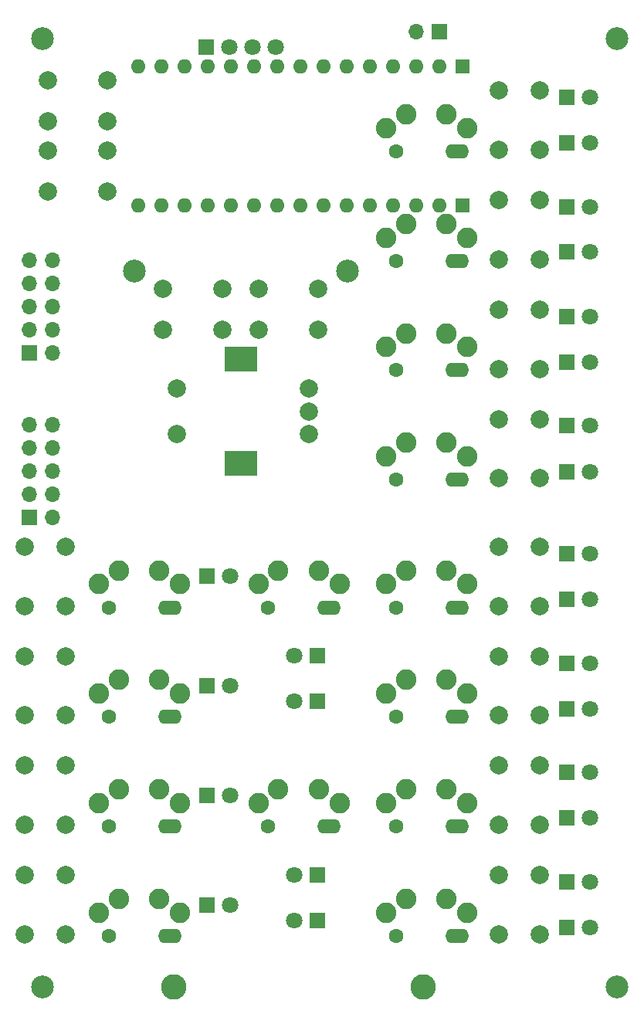
<source format=gbr>
%TF.GenerationSoftware,KiCad,Pcbnew,(6.0.1)*%
%TF.CreationDate,2022-06-07T13:31:57-07:00*%
%TF.ProjectId,main_board,6d61696e-5f62-46f6-9172-642e6b696361,2.1*%
%TF.SameCoordinates,Original*%
%TF.FileFunction,Soldermask,Top*%
%TF.FilePolarity,Negative*%
%FSLAX46Y46*%
G04 Gerber Fmt 4.6, Leading zero omitted, Abs format (unit mm)*
G04 Created by KiCad (PCBNEW (6.0.1)) date 2022-06-07 13:31:57*
%MOMM*%
%LPD*%
G01*
G04 APERTURE LIST*
%ADD10R,1.800000X1.800000*%
%ADD11C,1.800000*%
%ADD12C,2.000000*%
%ADD13C,2.250000*%
%ADD14O,2.600000X1.600000*%
%ADD15C,1.600000*%
%ADD16C,2.500000*%
%ADD17R,3.600000X2.800000*%
%ADD18R,1.700000X1.700000*%
%ADD19O,1.700000X1.700000*%
%ADD20R,1.600000X1.600000*%
%ADD21O,1.600000X1.600000*%
%ADD22C,2.800000*%
G04 APERTURE END LIST*
D10*
X111500000Y-88520000D03*
D11*
X114040000Y-88520000D03*
D10*
X111500000Y-138500000D03*
D11*
X114040000Y-138500000D03*
D10*
X111500000Y-121500000D03*
D11*
X114040000Y-121500000D03*
D12*
X104000000Y-139250000D03*
X104000000Y-132750000D03*
X108500000Y-139250000D03*
X108500000Y-132750000D03*
D10*
X84140000Y-120700000D03*
D11*
X81600000Y-120700000D03*
D12*
X104000000Y-151250000D03*
X104000000Y-144750000D03*
X108500000Y-144750000D03*
X108500000Y-151250000D03*
D13*
X91670000Y-148850000D03*
X100570000Y-148850000D03*
X93820000Y-147350000D03*
X98270000Y-147350000D03*
D14*
X99410000Y-151400000D03*
D15*
X92730000Y-151400000D03*
D12*
X104000000Y-58750000D03*
X104000000Y-65250000D03*
X108500000Y-65250000D03*
X108500000Y-58750000D03*
D10*
X111500000Y-100500000D03*
D11*
X114040000Y-100500000D03*
D10*
X111500000Y-59500000D03*
D11*
X114040000Y-59500000D03*
D12*
X104000000Y-127250000D03*
X104000000Y-120750000D03*
X108500000Y-127250000D03*
X108500000Y-120750000D03*
D10*
X111500000Y-145500000D03*
D11*
X114040000Y-145500000D03*
D12*
X61100000Y-62100000D03*
X54600000Y-62100000D03*
X54600000Y-57600000D03*
X61100000Y-57600000D03*
D16*
X117000000Y-53000000D03*
D10*
X111500000Y-71500000D03*
D11*
X114040000Y-71500000D03*
D13*
X91670000Y-62850000D03*
X100570000Y-62850000D03*
X93820000Y-61350000D03*
X98270000Y-61350000D03*
D14*
X99410000Y-65400000D03*
D15*
X92730000Y-65400000D03*
D12*
X104000000Y-82750000D03*
X104000000Y-89250000D03*
X108500000Y-82750000D03*
X108500000Y-89250000D03*
D13*
X77670000Y-112850000D03*
X86570000Y-112850000D03*
X79820000Y-111350000D03*
X84270000Y-111350000D03*
D14*
X85410000Y-115400000D03*
D15*
X78730000Y-115400000D03*
D12*
X61050000Y-69800000D03*
X54550000Y-69800000D03*
X54550000Y-65300000D03*
X61050000Y-65300000D03*
X52000000Y-144750000D03*
X52000000Y-151250000D03*
X56500000Y-144750000D03*
X56500000Y-151250000D03*
X68700000Y-96400000D03*
X68700000Y-91400000D03*
D17*
X75700000Y-99600000D03*
X75700000Y-88200000D03*
D12*
X83200000Y-96400000D03*
X83200000Y-91400000D03*
X83200000Y-93900000D03*
D10*
X72000000Y-112000000D03*
D11*
X74540000Y-112000000D03*
D12*
X104000000Y-108750000D03*
X104000000Y-115250000D03*
X108500000Y-108750000D03*
X108500000Y-115250000D03*
X52000000Y-108750000D03*
X52000000Y-115250000D03*
X56500000Y-115250000D03*
X56500000Y-108750000D03*
D10*
X84140000Y-149700000D03*
D11*
X81600000Y-149700000D03*
D10*
X111500000Y-64500000D03*
D11*
X114040000Y-64500000D03*
D13*
X77670000Y-136850000D03*
X86570000Y-136850000D03*
X79820000Y-135350000D03*
X84270000Y-135350000D03*
D14*
X85410000Y-139400000D03*
D15*
X78730000Y-139400000D03*
D10*
X84140000Y-125700000D03*
D11*
X81600000Y-125700000D03*
D12*
X52000000Y-132750000D03*
X52000000Y-139250000D03*
X56500000Y-139250000D03*
X56500000Y-132750000D03*
D16*
X54000000Y-53000000D03*
X64050000Y-78500000D03*
D13*
X91670000Y-112850000D03*
X100570000Y-112850000D03*
X93820000Y-111350000D03*
X98270000Y-111350000D03*
D14*
X99410000Y-115400000D03*
D15*
X92730000Y-115400000D03*
D10*
X72000000Y-136000000D03*
D11*
X74540000Y-136000000D03*
D10*
X111500000Y-133500000D03*
D11*
X114040000Y-133500000D03*
D10*
X84140000Y-144700000D03*
D11*
X81600000Y-144700000D03*
D16*
X117000000Y-157000000D03*
D10*
X72000000Y-124000000D03*
D11*
X74540000Y-124000000D03*
D13*
X60170000Y-112850000D03*
X69070000Y-112850000D03*
X62320000Y-111350000D03*
X66770000Y-111350000D03*
D14*
X67910000Y-115400000D03*
D15*
X61230000Y-115400000D03*
D10*
X111500000Y-95500000D03*
D11*
X114040000Y-95500000D03*
D13*
X60170000Y-124850000D03*
X69070000Y-124850000D03*
X62320000Y-123350000D03*
X66770000Y-123350000D03*
D14*
X67910000Y-127400000D03*
D15*
X61230000Y-127400000D03*
D13*
X60170000Y-136850000D03*
X69070000Y-136850000D03*
X62320000Y-135350000D03*
X66770000Y-135350000D03*
D14*
X67910000Y-139400000D03*
D15*
X61230000Y-139400000D03*
D13*
X91670000Y-136850000D03*
X100570000Y-136850000D03*
X93820000Y-135350000D03*
X98270000Y-135350000D03*
D14*
X99410000Y-139400000D03*
D15*
X92730000Y-139400000D03*
D16*
X54000000Y-157000000D03*
D10*
X111500000Y-150500000D03*
D11*
X114040000Y-150500000D03*
D10*
X111500000Y-126500000D03*
D11*
X114040000Y-126500000D03*
D12*
X104000000Y-94750000D03*
X104000000Y-101250000D03*
X108500000Y-94750000D03*
X108500000Y-101250000D03*
D16*
X87450000Y-78500000D03*
D10*
X111500000Y-83500000D03*
D11*
X114040000Y-83500000D03*
D10*
X111500000Y-76450000D03*
D11*
X114040000Y-76450000D03*
D13*
X91670000Y-86850000D03*
X100570000Y-86850000D03*
X93820000Y-85350000D03*
X98270000Y-85350000D03*
D14*
X99410000Y-89400000D03*
D15*
X92730000Y-89400000D03*
D12*
X104000000Y-70750000D03*
X104000000Y-77250000D03*
X108500000Y-70750000D03*
X108500000Y-77250000D03*
D13*
X91670000Y-124850000D03*
X100570000Y-124850000D03*
X93820000Y-123350000D03*
X98270000Y-123350000D03*
D14*
X99410000Y-127400000D03*
D15*
X92730000Y-127400000D03*
D13*
X91670000Y-98850000D03*
X100570000Y-98850000D03*
X93820000Y-97350000D03*
X98270000Y-97350000D03*
D14*
X99410000Y-101400000D03*
D15*
X92730000Y-101400000D03*
D10*
X111500000Y-114500000D03*
D11*
X114040000Y-114500000D03*
D13*
X60170000Y-148850000D03*
X69070000Y-148850000D03*
X62320000Y-147350000D03*
X66770000Y-147350000D03*
D14*
X67910000Y-151400000D03*
D15*
X61230000Y-151400000D03*
D10*
X71940000Y-54000000D03*
D11*
X74480000Y-54000000D03*
X77020000Y-54000000D03*
X79560000Y-54000000D03*
D12*
X52000000Y-120750000D03*
X52000000Y-127250000D03*
X56500000Y-120750000D03*
X56500000Y-127250000D03*
D13*
X91670000Y-74850000D03*
X100570000Y-74850000D03*
X93820000Y-73350000D03*
X98270000Y-73350000D03*
D14*
X99410000Y-77400000D03*
D15*
X92730000Y-77400000D03*
D10*
X111500000Y-109500000D03*
D11*
X114040000Y-109500000D03*
D10*
X72000000Y-148000000D03*
D11*
X74540000Y-148000000D03*
D12*
X77700000Y-80500000D03*
X84200000Y-80500000D03*
X77700000Y-85000000D03*
X84200000Y-85000000D03*
X73700000Y-80500000D03*
X67200000Y-80500000D03*
X67200000Y-85000000D03*
X73700000Y-85000000D03*
D18*
X97475000Y-52300000D03*
D19*
X94935000Y-52300000D03*
D20*
X100000000Y-56060000D03*
D21*
X97460000Y-56060000D03*
X94920000Y-56060000D03*
X92380000Y-56060000D03*
X89840000Y-56060000D03*
X87300000Y-56060000D03*
X84760000Y-56060000D03*
X82220000Y-56060000D03*
X79680000Y-56060000D03*
X77140000Y-56060000D03*
X74600000Y-56060000D03*
X72060000Y-56060000D03*
X69520000Y-56060000D03*
X66980000Y-56060000D03*
X64440000Y-56060000D03*
D18*
X52500000Y-87500000D03*
D19*
X55040000Y-87500000D03*
X52500000Y-84960000D03*
X55040000Y-84960000D03*
X52500000Y-82420000D03*
X55040000Y-82420000D03*
X52500000Y-79880000D03*
X55040000Y-79880000D03*
X52500000Y-77340000D03*
X55040000Y-77340000D03*
D20*
X100000000Y-71300000D03*
D21*
X97460000Y-71300000D03*
X94920000Y-71300000D03*
X92380000Y-71300000D03*
X89840000Y-71300000D03*
X87300000Y-71300000D03*
X84760000Y-71300000D03*
X82220000Y-71300000D03*
X79680000Y-71300000D03*
X77140000Y-71300000D03*
X74600000Y-71300000D03*
X72060000Y-71300000D03*
X69520000Y-71300000D03*
X66980000Y-71300000D03*
X64440000Y-71300000D03*
D18*
X52500000Y-105500000D03*
D19*
X55040000Y-105500000D03*
X52500000Y-102960000D03*
X55040000Y-102960000D03*
X52500000Y-100420000D03*
X55040000Y-100420000D03*
X52500000Y-97880000D03*
X55040000Y-97880000D03*
X52500000Y-95340000D03*
X55040000Y-95340000D03*
D22*
X68400000Y-157000000D03*
X95700000Y-157000000D03*
M02*

</source>
